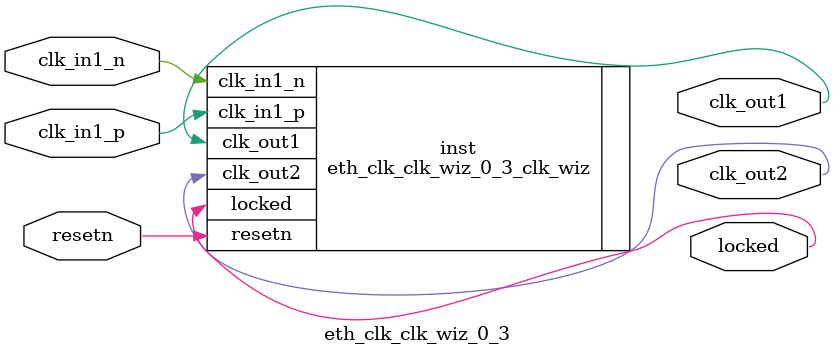
<source format=v>


`timescale 1ps/1ps

(* CORE_GENERATION_INFO = "eth_clk_clk_wiz_0_3,clk_wiz_v5_4_3_0,{component_name=eth_clk_clk_wiz_0_3,use_phase_alignment=true,use_min_o_jitter=false,use_max_i_jitter=false,use_dyn_phase_shift=false,use_inclk_switchover=false,use_dyn_reconfig=false,enable_axi=0,feedback_source=FDBK_AUTO,PRIMITIVE=MMCM,num_out_clk=2,clkin1_period=5.000,clkin2_period=10.0,use_power_down=false,use_reset=true,use_locked=true,use_inclk_stopped=false,feedback_type=SINGLE,CLOCK_MGR_TYPE=NA,manual_override=false}" *)

module eth_clk_clk_wiz_0_3 
 (
  // Clock out ports
  output        clk_out1,
  output        clk_out2,
  // Status and control signals
  input         resetn,
  output        locked,
 // Clock in ports
  input         clk_in1_p,
  input         clk_in1_n
 );

  eth_clk_clk_wiz_0_3_clk_wiz inst
  (
  // Clock out ports  
  .clk_out1(clk_out1),
  .clk_out2(clk_out2),
  // Status and control signals               
  .resetn(resetn), 
  .locked(locked),
 // Clock in ports
  .clk_in1_p(clk_in1_p),
  .clk_in1_n(clk_in1_n)
  );

endmodule

</source>
